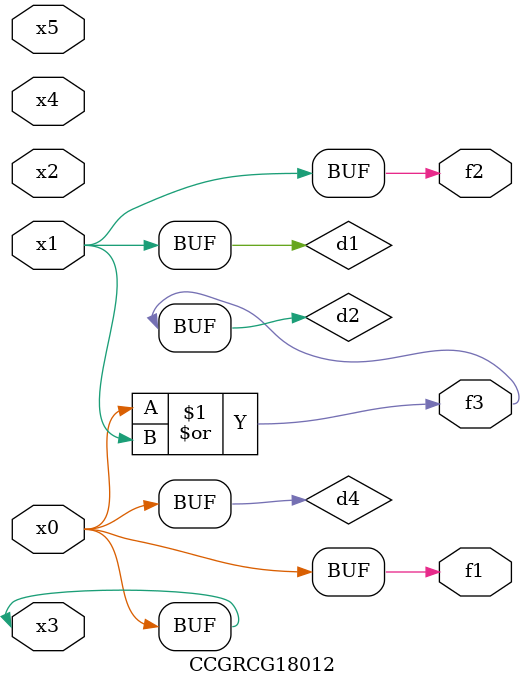
<source format=v>
module CCGRCG18012(
	input x0, x1, x2, x3, x4, x5,
	output f1, f2, f3
);

	wire d1, d2, d3, d4;

	and (d1, x1);
	or (d2, x0, x1);
	nand (d3, x0, x5);
	buf (d4, x0, x3);
	assign f1 = d4;
	assign f2 = d1;
	assign f3 = d2;
endmodule

</source>
